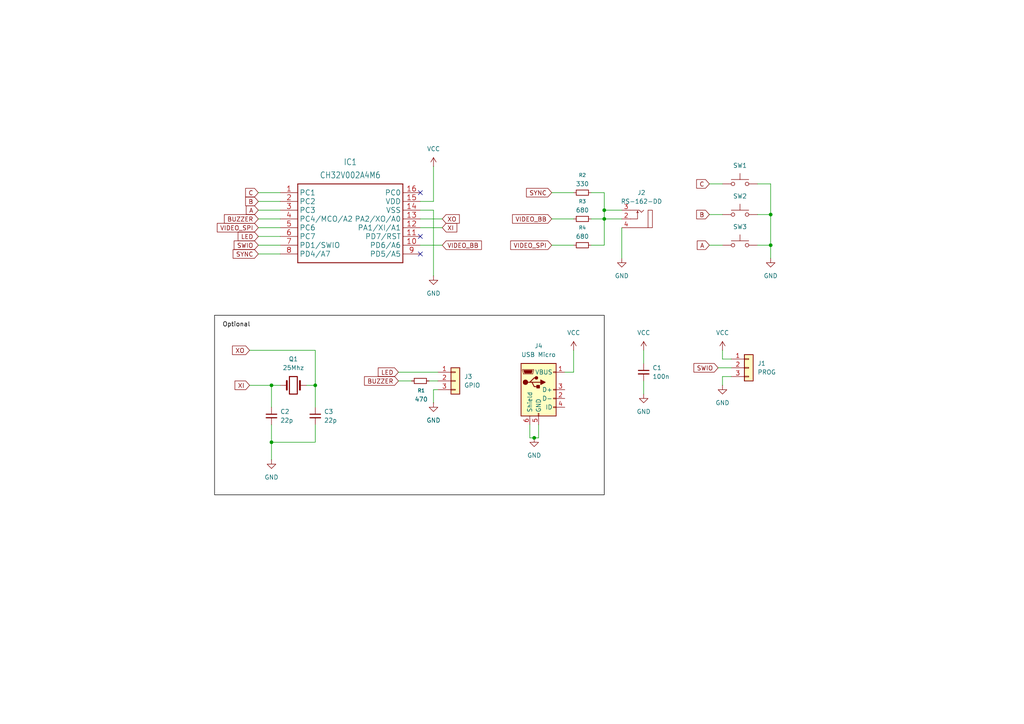
<source format=kicad_sch>
(kicad_sch (version 20250114) (generator "eeschema") (generator_version "9.0")
  (paper "A4")
  (lib_symbols
    (symbol "Connector:USB_B_Micro" (pin_names (offset 1.016))
      (property "Reference" "J" (at -5.08 11.43 0))
      (property "Value" "USB_B_Micro" (at -5.08 8.89 0))
      (symbol "USB_B_Micro_0_1"
        (rectangle (start -5.08 -7.62) (end 5.08 7.62) (stroke (width 0.254)) (fill (type background)))
        (polyline (pts (xy -4.699 5.842) (xy -4.699 5.588) (xy -4.445 4.826) (xy -4.445 4.572) (xy -1.651 4.572) (xy -1.651 4.826) (xy -1.397 5.588) (xy -1.397 5.842) (xy -4.699 5.842)))
        (polyline (pts (xy -4.318 5.588) (xy -1.778 5.588) (xy -2.032 4.826) (xy -4.064 4.826) (xy -4.318 5.588)) (fill (type outline)))
        (circle (center -3.81 2.159) (radius 0.635) (stroke (width 0.254)) (fill (type outline)))
        (polyline (pts (xy -3.175 2.159) (xy -2.54 2.159) (xy -1.27 3.429) (xy -0.635 3.429)) (stroke (width 0.254)))
        (polyline (pts (xy -2.54 2.159) (xy -1.905 2.159) (xy -1.27 0.889) (xy 0 0.889)) (stroke (width 0.254)))
        (polyline (pts (xy -1.905 2.159) (xy 0.635 2.159)) (stroke (width 0.254)))
        (circle (center -0.635 3.429) (radius 0.381) (stroke (width 0.254)) (fill (type outline)))
        (rectangle (start -0.127 -7.62) (end 0.127 -6.858))
        (rectangle (start 0.254 1.27) (end -0.508 0.508) (stroke (width 0.254)) (fill (type outline)))
        (polyline (pts (xy 0.635 2.794) (xy 0.635 1.524) (xy 1.905 2.159) (xy 0.635 2.794)) (stroke (width 0.254)) (fill (type outline)))
        (rectangle (start 5.08 4.953) (end 4.318 5.207))
        (rectangle (start 5.08 -0.127) (end 4.318 0.127))
        (rectangle (start 5.08 -2.667) (end 4.318 -2.413))
        (rectangle (start 5.08 -5.207) (end 4.318 -4.953))
      )
      (symbol "USB_B_Micro_1_1"
        (pin passive line (at -2.54 -10.16 90) (length 2.54) (name "Shield") (number "6"))
        (pin power_out line (at 0 -10.16 90) (length 2.54) (name "GND") (number "5"))
        (pin power_out line (at 7.62 5.08 180) (length 2.54) (name "VBUS") (number "1"))
        (pin bidirectional line (at 7.62 0 180) (length 2.54) (name "D+") (number "3"))
        (pin bidirectional line (at 7.62 -2.54 180) (length 2.54) (name "D-") (number "2"))
        (pin passive line (at 7.62 -5.08 180) (length 2.54) (name "ID") (number "4"))
      )
    )
    (symbol "Connector_Generic:Conn_01x03" (pin_names (offset 1.016) (hide yes))
      (property "Reference" "J" (at 0 5.08 0))
      (property "Value" "Conn_01x03" (at 0 -5.08 0))
      (symbol "Conn_01x03_1_1"
        (rectangle (start -1.27 3.81) (end 1.27 -3.81) (stroke (width 0.254)) (fill (type background)))
        (rectangle (start -1.27 2.667) (end 0 2.413) (stroke (width 0.1524)))
        (rectangle (start -1.27 0.127) (end 0 -0.127) (stroke (width 0.1524)))
        (rectangle (start -1.27 -2.413) (end 0 -2.667) (stroke (width 0.1524)))
        (pin passive line (at -5.08 2.54 0) (length 3.81) (name "Pin_1") (number "1"))
        (pin passive line (at -5.08 0 0) (length 3.81) (name "Pin_2") (number "2"))
        (pin passive line (at -5.08 -2.54 0) (length 3.81) (name "Pin_3") (number "3"))
      )
    )
    (symbol "Device:C_Small" (pin_numbers (hide yes)) (pin_names (offset 0.254) (hide yes))
      (property "Reference" "C" (at 0.254 1.778 0))
      (property "Value" "C_Small" (at 0.254 -2.032 0))
      (symbol "C_Small_0_1"
        (polyline (pts (xy -1.524 0.508) (xy 1.524 0.508)) (stroke (width 0.3048)))
        (polyline (pts (xy -1.524 -0.508) (xy 1.524 -0.508)) (stroke (width 0.3302)))
      )
      (symbol "C_Small_1_1"
        (pin passive line (at 0 2.54 270) (length 2.032) (name "~") (number "1"))
        (pin passive line (at 0 -2.54 90) (length 2.032) (name "~") (number "2"))
      )
    )
    (symbol "Device:Crystal" (pin_numbers (hide yes)) (pin_names (offset 1.016) (hide yes))
      (property "Reference" "Y" (at 0 3.81 0))
      (property "Value" "Crystal" (at 0 -3.81 0))
      (symbol "Crystal_0_1"
        (polyline (pts (xy -2.54 0) (xy -1.905 0)))
        (polyline (pts (xy -1.905 -1.27) (xy -1.905 1.27)) (stroke (width 0.508)))
        (rectangle (start -1.143 2.54) (end 1.143 -2.54) (stroke (width 0.3048)))
        (polyline (pts (xy 1.905 -1.27) (xy 1.905 1.27)) (stroke (width 0.508)))
        (polyline (pts (xy 2.54 0) (xy 1.905 0)))
      )
      (symbol "Crystal_1_1"
        (pin passive line (at -3.81 0 0) (length 1.27) (name "1") (number "1"))
        (pin passive line (at 3.81 0 180) (length 1.27) (name "2") (number "2"))
      )
    )
    (symbol "Device:R_Small" (pin_numbers (hide yes)) (pin_names (offset 0.254) (hide yes))
      (property "Reference" "R" (at 0 0 90))
      (property "Value" "R_Small" (at 1.778 0 90))
      (symbol "R_Small_0_1"
        (rectangle (start -0.762 1.778) (end 0.762 -1.778) (stroke (width 0.2032)))
      )
      (symbol "R_Small_1_1"
        (pin passive line (at 0 2.54 270) (length 0.762) (name "~") (number "1"))
        (pin passive line (at 0 -2.54 90) (length 0.762) (name "~") (number "2"))
      )
    )
    (symbol "Switch:SW_Push" (pin_numbers (hide yes)) (pin_names (offset 1.016) (hide yes))
      (property "Reference" "SW" (at 1.27 2.54 0))
      (property "Value" "SW_Push" (at 0 -1.524 0))
      (symbol "SW_Push_0_1"
        (circle (center -2.032 0) (radius 0.508))
        (polyline (pts (xy 0 1.27) (xy 0 3.048)))
        (circle (center 2.032 0) (radius 0.508))
        (polyline (pts (xy 2.54 1.27) (xy -2.54 1.27)))
        (pin passive line (at -5.08 0 0) (length 2.54) (name "1") (number "1"))
        (pin passive line (at 5.08 0 180) (length 2.54) (name "2") (number "2"))
      )
    )
    (symbol "WCH:CH32V002A4M6"
      (property "Reference" "IC1" (at -1.905 -12.7 0))
      (property "Value" "CH32V002A4M6" (at -10.795 13.335 0))
      (symbol "CH32V002A4M6_1_0"
        (polyline (pts (xy -15.24 12.7) (xy 15.24 12.7)) (stroke (width 0.254)))
        (polyline (pts (xy -15.24 -10.16) (xy -15.24 12.7)) (stroke (width 0.254)))
        (polyline (pts (xy 15.24 12.7) (xy 15.24 -10.16)) (stroke (width 0.254)))
        (polyline (pts (xy 15.24 -10.16) (xy -15.24 -10.16)) (stroke (width 0.254)))
        (pin bidirectional line (at -20.32 10.16 0) (length 5.08) (name "PC1") (number "1"))
        (pin bidirectional line (at -20.32 7.62 0) (length 5.08) (name "PC2") (number "2"))
        (pin bidirectional line (at -20.32 5.08 0) (length 5.08) (name "PC3") (number "3"))
        (pin bidirectional line (at -20.32 2.54 0) (length 5.08) (name "PC4/MCO/A2") (number "4"))
        (pin bidirectional line (at -20.32 0 0) (length 5.08) (name "PC6") (number "5"))
        (pin bidirectional line (at -20.32 -2.54 0) (length 5.08) (name "PC7") (number "6"))
        (pin bidirectional line (at -20.32 -5.08 0) (length 5.08) (name "PD1/SWIO") (number "7"))
        (pin bidirectional line (at -20.32 -7.62 0) (length 5.08) (name "PD4/A7") (number "8"))
        (pin bidirectional line (at 20.32 10.16 180) (length 5.08) (name "PC0") (number "16"))
        (pin power_in line (at 20.32 7.62 180) (length 5.08) (name "VDD") (number "15"))
        (pin power_in line (at 20.32 5.08 180) (length 5.08) (name "VSS") (number "14"))
        (pin bidirectional line (at 20.32 2.54 180) (length 5.08) (name "PA2/XO/A0") (number "13"))
        (pin bidirectional line (at 20.32 0 180) (length 5.08) (name "PA1/XI/A1") (number "12"))
        (pin bidirectional line (at 20.32 -2.54 180) (length 5.08) (name "PD7/RST") (number "11"))
        (pin bidirectional line (at 20.32 -5.08 180) (length 5.08) (name "PD6/A6") (number "10"))
        (pin bidirectional line (at 20.32 -7.62 180) (length 5.08) (name "PD5/A5") (number "9"))
      )
    )
    (symbol "power:GND" (power) (pin_numbers (hide yes)) (pin_names (offset 0) (hide yes))
      (property "Value" "GND" (at 0 -3.81 0))
      (symbol "GND_0_1"
        (polyline (pts (xy 0 0) (xy 0 -1.27) (xy 1.27 -1.27) (xy 0 -2.54) (xy -1.27 -1.27) (xy 0 -1.27)))
      )
      (symbol "GND_1_1"
        (pin power_in line (at 0 0 270) (length 0) (name "~") (number "1"))
      )
    )
    (symbol "power:VCC" (power) (pin_numbers (hide yes)) (pin_names (offset 0) (hide yes))
      (property "Value" "VCC" (at 0 3.556 0))
      (symbol "VCC_0_1"
        (polyline (pts (xy -0.762 1.27) (xy 0 2.54)))
        (polyline (pts (xy 0 2.54) (xy 0.762 1.27)))
        (polyline (pts (xy 0 0) (xy 0 2.54)))
      )
      (symbol "VCC_1_1"
        (pin power_in line (at 0 0 90) (length 0) (name "~") (number "1"))
      )
    )
    (symbol "rca:RS-162-DD"
      (property "Reference" "J" (at 0 8.89 0))
      (property "Value" "RS-162-DD" (at 0 6.35 0))
      (symbol "RS-162-DD_0_1"
        (polyline (pts (xy -3.81 2.54) (xy -3.175 1.905) (xy -2.54 2.54) (xy 0 2.54)) (stroke (width 0.1524)))
        (polyline (pts (xy -2.032 2.286) (xy -1.778 1.778)))
        (polyline (pts (xy 0 0) (xy -2.032 0) (xy -2.032 2.286) (xy -2.286 1.778)))
      )
      (symbol "RS-162-DD_1_1"
        (rectangle (start -6.35 2.54) (end -5.08 -2.54) (stroke (width 0.1524)))
        (polyline (pts (xy -5.08 -2.54) (xy 0 -2.54)))
        (pin passive line (at 2.54 2.54 180) (length 2.54) (name "") (number "3"))
        (pin passive line (at 2.54 0 180) (length 2.54) (name "") (number "2"))
        (pin passive line (at 2.54 -2.54 180) (length 2.54) (name "") (number "4"))
      )
    )
  )
  (rectangle (start 62.23 91.44) (end 175.26 143.51) (stroke (width 0) (color 0 0 0 1)))
  (text "Optional" (at 68.58 94.234 0) (effects (font (size 1.27 1.27) (thickness 0.1588))))
  (junction (at 175.26 63.5))
  (junction (at 78.74 111.76))
  (junction (at 78.74 128.27))
  (junction (at 223.52 62.23))
  (junction (at 223.52 71.12))
  (junction (at 175.26 60.96))
  (junction (at 91.44 111.76))
  (junction (at 154.94 127))
  (no_connect (at 121.92 55.88))
  (no_connect (at 121.92 73.66))
  (no_connect (at 121.92 68.58))
  (wire (pts (xy 223.52 53.34) (xy 223.52 62.23)))
  (wire (pts (xy 74.93 66.04) (xy 81.28 66.04)))
  (wire (pts (xy 180.34 66.04) (xy 180.34 74.93)))
  (wire (pts (xy 175.26 60.96) (xy 180.34 60.96)))
  (wire (pts (xy 160.02 63.5) (xy 166.37 63.5)))
  (wire (pts (xy 88.9 111.76) (xy 91.44 111.76)))
  (wire (pts (xy 121.92 71.12) (xy 128.27 71.12)))
  (wire (pts (xy 91.44 128.27) (xy 78.74 128.27)))
  (wire (pts (xy 91.44 101.6) (xy 91.44 111.76)))
  (wire (pts (xy 166.37 101.6) (xy 166.37 107.95)))
  (wire (pts (xy 74.93 60.96) (xy 81.28 60.96)))
  (wire (pts (xy 223.52 62.23) (xy 223.52 71.12)))
  (wire (pts (xy 212.09 104.14) (xy 209.55 104.14)))
  (wire (pts (xy 74.93 68.58) (xy 81.28 68.58)))
  (wire (pts (xy 209.55 104.14) (xy 209.55 101.6)))
  (wire (pts (xy 121.92 58.42) (xy 125.73 58.42)))
  (wire (pts (xy 153.67 123.19) (xy 153.67 127)))
  (wire (pts (xy 156.21 127) (xy 154.94 127)))
  (wire (pts (xy 205.74 53.34) (xy 209.55 53.34)))
  (wire (pts (xy 208.28 106.68) (xy 212.09 106.68)))
  (wire (pts (xy 175.26 60.96) (xy 175.26 55.88)))
  (wire (pts (xy 175.26 55.88) (xy 171.45 55.88)))
  (wire (pts (xy 219.71 71.12) (xy 223.52 71.12)))
  (wire (pts (xy 74.93 73.66) (xy 81.28 73.66)))
  (wire (pts (xy 212.09 109.22) (xy 209.55 109.22)))
  (wire (pts (xy 171.45 71.12) (xy 175.26 71.12)))
  (wire (pts (xy 163.83 107.95) (xy 166.37 107.95)))
  (wire (pts (xy 205.74 62.23) (xy 209.55 62.23)))
  (wire (pts (xy 125.73 113.03) (xy 125.73 116.84)))
  (wire (pts (xy 175.26 71.12) (xy 175.26 63.5)))
  (wire (pts (xy 121.92 60.96) (xy 125.73 60.96)))
  (wire (pts (xy 91.44 111.76) (xy 91.44 118.11)))
  (wire (pts (xy 115.57 107.95) (xy 127 107.95)))
  (wire (pts (xy 223.52 71.12) (xy 223.52 74.93)))
  (wire (pts (xy 186.69 101.6) (xy 186.69 105.41)))
  (wire (pts (xy 74.93 63.5) (xy 81.28 63.5)))
  (wire (pts (xy 74.93 58.42) (xy 81.28 58.42)))
  (wire (pts (xy 121.92 66.04) (xy 128.27 66.04)))
  (wire (pts (xy 209.55 109.22) (xy 209.55 111.76)))
  (wire (pts (xy 78.74 111.76) (xy 78.74 118.11)))
  (wire (pts (xy 219.71 53.34) (xy 223.52 53.34)))
  (wire (pts (xy 219.71 62.23) (xy 223.52 62.23)))
  (wire (pts (xy 153.67 127) (xy 154.94 127)))
  (wire (pts (xy 72.39 101.6) (xy 91.44 101.6)))
  (wire (pts (xy 160.02 55.88) (xy 166.37 55.88)))
  (wire (pts (xy 156.21 123.19) (xy 156.21 127)))
  (wire (pts (xy 124.46 110.49) (xy 127 110.49)))
  (wire (pts (xy 125.73 58.42) (xy 125.73 48.26)))
  (wire (pts (xy 186.69 110.49) (xy 186.69 114.3)))
  (wire (pts (xy 175.26 60.96) (xy 175.26 63.5)))
  (wire (pts (xy 160.02 71.12) (xy 166.37 71.12)))
  (wire (pts (xy 78.74 123.19) (xy 78.74 128.27)))
  (wire (pts (xy 121.92 63.5) (xy 128.27 63.5)))
  (wire (pts (xy 205.74 71.12) (xy 209.55 71.12)))
  (wire (pts (xy 72.39 111.76) (xy 78.74 111.76)))
  (wire (pts (xy 74.93 71.12) (xy 81.28 71.12)))
  (wire (pts (xy 78.74 128.27) (xy 78.74 133.35)))
  (wire (pts (xy 91.44 123.19) (xy 91.44 128.27)))
  (wire (pts (xy 171.45 63.5) (xy 175.26 63.5)))
  (wire (pts (xy 74.93 55.88) (xy 81.28 55.88)))
  (wire (pts (xy 127 113.03) (xy 125.73 113.03)))
  (wire (pts (xy 81.28 111.76) (xy 78.74 111.76)))
  (wire (pts (xy 115.57 110.49) (xy 119.38 110.49)))
  (wire (pts (xy 180.34 63.5) (xy 175.26 63.5)))
  (wire (pts (xy 125.73 60.96) (xy 125.73 80.01)))
  (global_label "XI" (shape input) (at 72.39 111.76 180) (property "Intersheetrefs" "${INTERSHEET_REFS}" (effects (hide yes))))
  (global_label "VIDEO_BB" (shape input) (at 160.02 63.5 180) (property "Intersheetrefs" "${INTERSHEET_REFS}" (effects (hide yes))))
  (global_label "B" (shape input) (at 74.93 58.42 180) (property "Intersheetrefs" "${INTERSHEET_REFS}" (effects (hide yes))))
  (global_label "XO" (shape input) (at 128.27 63.5 0) (property "Intersheetrefs" "${INTERSHEET_REFS}" (effects (hide yes))))
  (global_label "SYNC" (shape input) (at 74.93 73.66 180) (property "Intersheetrefs" "${INTERSHEET_REFS}" (effects (hide yes))))
  (global_label "B" (shape input) (at 205.74 62.23 180) (property "Intersheetrefs" "${INTERSHEET_REFS}" (effects (hide yes))))
  (global_label "A" (shape input) (at 74.93 60.96 180) (property "Intersheetrefs" "${INTERSHEET_REFS}" (effects (hide yes))))
  (global_label "XO" (shape input) (at 72.39 101.6 180) (property "Intersheetrefs" "${INTERSHEET_REFS}" (effects (hide yes))))
  (global_label "SYNC" (shape input) (at 160.02 55.88 180) (property "Intersheetrefs" "${INTERSHEET_REFS}" (effects (hide yes))))
  (global_label "SWIO" (shape input) (at 74.93 71.12 180) (property "Intersheetrefs" "${INTERSHEET_REFS}" (effects (hide yes))))
  (global_label "XI" (shape input) (at 128.27 66.04 0) (property "Intersheetrefs" "${INTERSHEET_REFS}" (effects (hide yes))))
  (global_label "VIDEO_SPI" (shape input) (at 74.93 66.04 180) (property "Intersheetrefs" "${INTERSHEET_REFS}" (effects (hide yes))))
  (global_label "C" (shape input) (at 74.93 55.88 180) (property "Intersheetrefs" "${INTERSHEET_REFS}" (effects (hide yes))))
  (global_label "VIDEO_BB" (shape input) (at 128.27 71.12 0) (property "Intersheetrefs" "${INTERSHEET_REFS}" (effects (hide yes))))
  (global_label "LED" (shape input) (at 115.57 107.95 180) (property "Intersheetrefs" "${INTERSHEET_REFS}" (effects (hide yes))))
  (global_label "BUZZER" (shape input) (at 115.57 110.49 180) (property "Intersheetrefs" "${INTERSHEET_REFS}" (effects (hide yes))))
  (global_label "A" (shape input) (at 205.74 71.12 180) (property "Intersheetrefs" "${INTERSHEET_REFS}" (effects (hide yes))))
  (global_label "C" (shape input) (at 205.74 53.34 180) (property "Intersheetrefs" "${INTERSHEET_REFS}" (effects (hide yes))))
  (global_label "BUZZER" (shape input) (at 74.93 63.5 180) (property "Intersheetrefs" "${INTERSHEET_REFS}" (effects (hide yes))))
  (global_label "LED" (shape input) (at 74.93 68.58 180) (property "Intersheetrefs" "${INTERSHEET_REFS}" (effects (hide yes))))
  (global_label "SWIO" (shape input) (at 208.28 106.68 180) (property "Intersheetrefs" "${INTERSHEET_REFS}" (effects (hide yes))))
  (global_label "VIDEO_SPI" (shape input) (at 160.02 71.12 180) (property "Intersheetrefs" "${INTERSHEET_REFS}" (effects (hide yes))))
  (symbol (lib_id "Connector:USB_B_Micro") (at 156.21 113.03 0) (unit 1)
    (property "Reference" "J4" (at 156.21 100.33 0))
    (property "Value" "USB Micro" (at 156.21 102.87 0))
    (property "Footprint" "Connector_USB:USB_Micro-B_Amphenol_10118194_Horizontal" (effects (hide yes)))
    (property "Description" "USB Micro Type B connector" (effects (hide yes)))
  )
  (symbol (lib_id "power:GND") (at 125.73 80.01 0) (unit 1)
    (property "Reference" "#PWR04" (effects (hide yes)))
    (property "Value" "GND" (at 125.73 85.09 0))
    (property "Description" "Power symbol creates a global label with name \"GND\" , ground" (effects (hide yes)))
  )
  (symbol (lib_id "Connector_Generic:Conn_01x03") (at 132.08 110.49 0) (unit 1)
    (property "Reference" "J3" (at 134.62 109.2199 0) (effects (justify left)))
    (property "Value" "GPIO" (at 134.62 111.7599 0) (effects (justify left)))
    (property "Footprint" "Connector_PinSocket_2.54mm:PinSocket_1x05_P2.54mm_Vertical" (effects (hide yes)))
    (property "Description" "Generic connector, single row, 01x03, script generated (kicad-library-utils/schlib/autogen/connector/)" (effects (hide yes)))
  )
  (symbol (lib_id "Device:R_Small") (at 121.92 110.49 90) (unit 1)
    (property "Reference" "R1" (at 122.174 113.284 90) (effects (font (size 1.016 1.016))))
    (property "Value" "470" (at 122.174 115.824 90))
    (property "Footprint" "Resistor_SMD:R_1206_3216Metric_Pad1.30x1.75mm_HandSolder" (effects (hide yes)))
    (property "Description" "Resistor, small symbol" (effects (hide yes)))
  )
  (symbol (lib_id "power:GND") (at 78.74 133.35 0) (unit 1)
    (property "Reference" "#PWR01" (effects (hide yes)))
    (property "Value" "GND" (at 78.74 138.43 0))
    (property "Description" "Power symbol creates a global label with name \"GND\" , ground" (effects (hide yes)))
  )
  (symbol (lib_id "rca:RS-162-DD") (at 182.88 63.5 0) (mirror y) (unit 1)
    (property "Reference" "J2" (at 186.055 55.88 0))
    (property "Value" "RS-162-DD" (at 186.055 58.42 0))
    (property "Footprint" "rca:RS-162-DD" (effects (hide yes)))
  )
  (symbol (lib_id "power:VCC") (at 125.73 48.26 0) (unit 1)
    (property "Reference" "#PWR05" (effects (hide yes)))
    (property "Value" "VCC" (at 125.73 43.18 0))
    (property "Description" "Power symbol creates a global label with name \"VCC\"" (effects (hide yes)))
  )
  (symbol (lib_id "Device:R_Small") (at 168.91 71.12 90) (unit 1)
    (property "Reference" "R4" (at 168.91 66.04 90) (effects (font (size 1.016 1.016))))
    (property "Value" "680" (at 168.91 68.58 90))
    (property "Footprint" "Resistor_SMD:R_1206_3216Metric_Pad1.30x1.75mm_HandSolder" (effects (hide yes)))
    (property "Description" "Resistor, small symbol" (effects (hide yes)))
  )
  (symbol (lib_id "Connector_Generic:Conn_01x03") (at 217.17 106.68 0) (unit 1)
    (property "Reference" "J1" (at 219.71 105.4099 0) (effects (justify left)))
    (property "Value" "PROG" (at 219.71 107.9499 0) (effects (justify left)))
    (property "Footprint" "Connector_PinSocket_2.54mm:PinSocket_1x03_P2.54mm_Vertical" (effects (hide yes)))
    (property "Description" "Generic connector, single row, 01x03, script generated (kicad-library-utils/schlib/autogen/connector/)" (effects (hide yes)))
  )
  (symbol (lib_id "power:VCC") (at 166.37 101.6 0) (unit 1)
    (property "Reference" "#PWR012" (effects (hide yes)))
    (property "Value" "VCC" (at 166.37 96.52 0))
    (property "Description" "Power symbol creates a global label with name \"VCC\"" (effects (hide yes)))
  )
  (symbol (lib_id "power:GND") (at 186.69 114.3 0) (unit 1)
    (property "Reference" "#PWR03" (effects (hide yes)))
    (property "Value" "GND" (at 186.69 119.38 0))
    (property "Description" "Power symbol creates a global label with name \"GND\" , ground" (effects (hide yes)))
  )
  (symbol (lib_id "WCH:CH32V002A4M6") (at 101.6 66.04 0) (unit 1)
    (property "Reference" "IC1" (at 101.6 46.99 0) (effects (font (size 1.778 1.5113))))
    (property "Value" "CH32V002A4M6" (at 101.6 50.8 0) (effects (font (size 1.778 1.5113))))
    (property "Footprint" "Package_SO:SOP-16_4.55x10.3mm_P1.27mm" (effects (hide yes)))
  )
  (symbol (lib_id "power:GND") (at 125.73 116.84 0) (unit 1)
    (property "Reference" "#PWR09" (effects (hide yes)))
    (property "Value" "GND" (at 125.73 121.92 0))
    (property "Description" "Power symbol creates a global label with name \"GND\" , ground" (effects (hide yes)))
  )
  (symbol (lib_id "Device:R_Small") (at 168.91 63.5 90) (unit 1)
    (property "Reference" "R3" (at 168.91 58.42 90) (effects (font (size 1.016 1.016))))
    (property "Value" "680" (at 168.91 60.96 90))
    (property "Footprint" "Resistor_SMD:R_1206_3216Metric_Pad1.30x1.75mm_HandSolder" (effects (hide yes)))
    (property "Description" "Resistor, small symbol" (effects (hide yes)))
  )
  (symbol (lib_id "Device:Crystal") (at 85.09 111.76 0) (unit 1)
    (property "Reference" "Q1" (at 85.09 104.14 0))
    (property "Value" "25Mhz" (at 85.09 106.68 0))
    (property "Footprint" "Connector_PinSocket_2.54mm:PinSocket_1x03_P2.54mm_Vertical" (effects (hide yes)))
    (property "Description" "Two pin crystal" (effects (hide yes)))
  )
  (symbol (lib_id "Device:C_Small") (at 91.44 120.65 0) (unit 1)
    (property "Reference" "C3" (at 93.98 119.3862 0) (effects (justify left)))
    (property "Value" "22p" (at 93.98 121.9262 0) (effects (justify left)))
    (property "Footprint" "Capacitor_SMD:C_1206_3216Metric_Pad1.33x1.80mm_HandSolder" (effects (hide yes)))
    (property "Description" "Unpolarized capacitor, small symbol" (effects (hide yes)))
  )
  (symbol (lib_id "power:GND") (at 223.52 74.93 0) (unit 1)
    (property "Reference" "#PWR06" (effects (hide yes)))
    (property "Value" "GND" (at 223.52 80.01 0))
    (property "Description" "Power symbol creates a global label with name \"GND\" , ground" (effects (hide yes)))
  )
  (symbol (lib_id "power:GND") (at 209.55 111.76 0) (unit 1)
    (property "Reference" "#PWR08" (effects (hide yes)))
    (property "Value" "GND" (at 209.55 116.84 0))
    (property "Description" "Power symbol creates a global label with name \"GND\" , ground" (effects (hide yes)))
  )
  (symbol (lib_id "Device:R_Small") (at 168.91 55.88 90) (unit 1)
    (property "Reference" "R2" (at 168.91 50.8 90) (effects (font (size 1.016 1.016))))
    (property "Value" "330" (at 168.91 53.34 90))
    (property "Footprint" "Resistor_SMD:R_1206_3216Metric_Pad1.30x1.75mm_HandSolder" (effects (hide yes)))
    (property "Description" "Resistor, small symbol" (effects (hide yes)))
  )
  (symbol (lib_id "power:VCC") (at 186.69 101.6 0) (unit 1)
    (property "Reference" "#PWR02" (effects (hide yes)))
    (property "Value" "VCC" (at 186.69 96.52 0))
    (property "Description" "Power symbol creates a global label with name \"VCC\"" (effects (hide yes)))
  )
  (symbol (lib_id "power:GND") (at 180.34 74.93 0) (unit 1)
    (property "Reference" "#PWR010" (effects (hide yes)))
    (property "Value" "GND" (at 180.34 80.01 0))
    (property "Description" "Power symbol creates a global label with name \"GND\" , ground" (effects (hide yes)))
  )
  (symbol (lib_id "Switch:SW_Push") (at 214.63 53.34 0) (unit 1)
    (property "Reference" "SW1" (at 214.63 48.006 0))
    (property "Value" "SW_Push" (effects (hide yes)))
    (property "Footprint" "Button_Switch_THT:SW_PUSH_6mm" (effects (hide yes)))
    (property "Description" "Push button switch, generic, two pins" (effects (hide yes)))
  )
  (symbol (lib_id "power:GND") (at 154.94 127 0) (unit 1)
    (property "Reference" "#PWR011" (effects (hide yes)))
    (property "Value" "GND" (at 154.94 132.08 0))
    (property "Description" "Power symbol creates a global label with name \"GND\" , ground" (effects (hide yes)))
  )
  (symbol (lib_id "power:VCC") (at 209.55 101.6 0) (unit 1)
    (property "Reference" "#PWR07" (effects (hide yes)))
    (property "Value" "VCC" (at 209.55 96.52 0))
    (property "Description" "Power symbol creates a global label with name \"VCC\"" (effects (hide yes)))
  )
  (symbol (lib_id "Device:C_Small") (at 186.69 107.95 0) (unit 1)
    (property "Reference" "C1" (at 189.23 106.6862 0) (effects (justify left)))
    (property "Value" "100n" (at 189.23 109.2262 0) (effects (justify left)))
    (property "Footprint" "Capacitor_SMD:C_1206_3216Metric_Pad1.33x1.80mm_HandSolder" (effects (hide yes)))
    (property "Description" "Unpolarized capacitor, small symbol" (effects (hide yes)))
  )
  (symbol (lib_id "Switch:SW_Push") (at 214.63 62.23 0) (unit 1)
    (property "Reference" "SW2" (at 214.63 56.896 0))
    (property "Value" "SW_Push" (effects (hide yes)))
    (property "Footprint" "Button_Switch_THT:SW_PUSH_6mm" (effects (hide yes)))
    (property "Description" "Push button switch, generic, two pins" (effects (hide yes)))
  )
  (symbol (lib_id "Device:C_Small") (at 78.74 120.65 0) (unit 1)
    (property "Reference" "C2" (at 81.28 119.3862 0) (effects (justify left)))
    (property "Value" "22p" (at 81.28 121.9262 0) (effects (justify left)))
    (property "Footprint" "Capacitor_SMD:C_1206_3216Metric_Pad1.33x1.80mm_HandSolder" (effects (hide yes)))
    (property "Description" "Unpolarized capacitor, small symbol" (effects (hide yes)))
  )
  (symbol (lib_id "Switch:SW_Push") (at 214.63 71.12 0) (unit 1)
    (property "Reference" "SW3" (at 214.63 65.786 0))
    (property "Value" "SW_Push" (effects (hide yes)))
    (property "Footprint" "Button_Switch_THT:SW_PUSH_6mm" (effects (hide yes)))
    (property "Description" "Push button switch, generic, two pins" (effects (hide yes)))
  )
)
</source>
